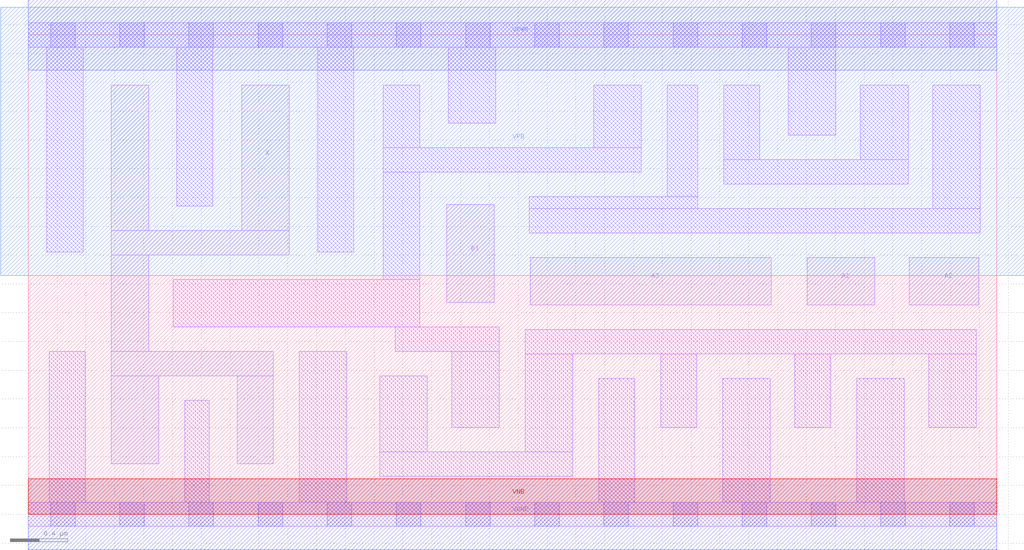
<source format=lef>
# Copyright 2020 The SkyWater PDK Authors
#
# Licensed under the Apache License, Version 2.0 (the "License");
# you may not use this file except in compliance with the License.
# You may obtain a copy of the License at
#
#     https://www.apache.org/licenses/LICENSE-2.0
#
# Unless required by applicable law or agreed to in writing, software
# distributed under the License is distributed on an "AS IS" BASIS,
# WITHOUT WARRANTIES OR CONDITIONS OF ANY KIND, either express or implied.
# See the License for the specific language governing permissions and
# limitations under the License.
#
# SPDX-License-Identifier: Apache-2.0

VERSION 5.7 ;
  NOWIREEXTENSIONATPIN ON ;
  DIVIDERCHAR "/" ;
  BUSBITCHARS "[]" ;
MACRO sky130_fd_sc_hs__o31a_4
  CLASS CORE ;
  FOREIGN sky130_fd_sc_hs__o31a_4 ;
  ORIGIN  0.000000  0.000000 ;
  SIZE  6.720000 BY  3.330000 ;
  SYMMETRY X Y ;
  SITE unit ;
  PIN A1
    ANTENNAGATEAREA  0.492000 ;
    DIRECTION INPUT ;
    USE SIGNAL ;
    PORT
      LAYER li1 ;
        RECT 5.405000 1.455000 5.875000 1.785000 ;
    END
  END A1
  PIN A2
    ANTENNAGATEAREA  0.492000 ;
    DIRECTION INPUT ;
    USE SIGNAL ;
    PORT
      LAYER li1 ;
        RECT 6.115000 1.455000 6.595000 1.785000 ;
    END
  END A2
  PIN A3
    ANTENNAGATEAREA  0.492000 ;
    DIRECTION INPUT ;
    USE SIGNAL ;
    PORT
      LAYER li1 ;
        RECT 3.485000 1.455000 5.155000 1.785000 ;
    END
  END A3
  PIN B1
    ANTENNAGATEAREA  0.492000 ;
    DIRECTION INPUT ;
    USE SIGNAL ;
    PORT
      LAYER li1 ;
        RECT 2.905000 1.470000 3.235000 2.150000 ;
    END
  END B1
  PIN X
    ANTENNADIFFAREA  1.086400 ;
    DIRECTION OUTPUT ;
    USE SIGNAL ;
    PORT
      LAYER li1 ;
        RECT 0.575000 0.350000 0.905000 0.960000 ;
        RECT 0.575000 0.960000 1.700000 1.130000 ;
        RECT 0.575000 1.130000 0.835000 1.800000 ;
        RECT 0.575000 1.800000 1.810000 1.970000 ;
        RECT 0.575000 1.970000 0.835000 2.980000 ;
        RECT 1.450000 0.350000 1.700000 0.960000 ;
        RECT 1.480000 1.970000 1.810000 2.980000 ;
    END
  END X
  PIN VGND
    DIRECTION INOUT ;
    USE GROUND ;
    PORT
      LAYER met1 ;
        RECT 0.000000 -0.245000 6.720000 0.245000 ;
    END
  END VGND
  PIN VNB
    DIRECTION INOUT ;
    USE GROUND ;
    PORT
      LAYER pwell ;
        RECT 0.000000 0.000000 6.720000 0.245000 ;
    END
  END VNB
  PIN VPB
    DIRECTION INOUT ;
    USE POWER ;
    PORT
      LAYER nwell ;
        RECT -0.190000 1.660000 6.910000 3.520000 ;
    END
  END VPB
  PIN VPWR
    DIRECTION INOUT ;
    USE POWER ;
    PORT
      LAYER met1 ;
        RECT 0.000000 3.085000 6.720000 3.575000 ;
    END
  END VPWR
  OBS
    LAYER li1 ;
      RECT 0.000000 -0.085000 6.720000 0.085000 ;
      RECT 0.000000  3.245000 6.720000 3.415000 ;
      RECT 0.130000  1.820000 0.380000 3.245000 ;
      RECT 0.145000  0.085000 0.395000 1.130000 ;
      RECT 1.005000  1.300000 2.715000 1.630000 ;
      RECT 1.030000  2.140000 1.280000 3.245000 ;
      RECT 1.085000  0.085000 1.255000 0.790000 ;
      RECT 1.880000  0.085000 2.210000 1.130000 ;
      RECT 2.010000  1.820000 2.260000 3.245000 ;
      RECT 2.440000  0.265000 3.780000 0.435000 ;
      RECT 2.440000  0.435000 2.770000 0.960000 ;
      RECT 2.465000  1.630000 2.715000 2.375000 ;
      RECT 2.465000  2.375000 4.255000 2.545000 ;
      RECT 2.465000  2.545000 2.715000 2.980000 ;
      RECT 2.545000  1.130000 3.270000 1.300000 ;
      RECT 2.915000  2.715000 3.245000 3.245000 ;
      RECT 2.940000  0.605000 3.270000 1.130000 ;
      RECT 3.450000  0.435000 3.780000 1.115000 ;
      RECT 3.450000  1.115000 6.580000 1.285000 ;
      RECT 3.475000  1.955000 6.605000 2.125000 ;
      RECT 3.475000  2.125000 4.645000 2.205000 ;
      RECT 3.925000  2.545000 4.255000 2.980000 ;
      RECT 3.960000  0.085000 4.210000 0.945000 ;
      RECT 4.390000  0.605000 4.640000 1.115000 ;
      RECT 4.435000  2.205000 4.645000 2.980000 ;
      RECT 4.820000  0.085000 5.150000 0.945000 ;
      RECT 4.825000  2.295000 6.105000 2.465000 ;
      RECT 4.825000  2.465000 5.075000 2.980000 ;
      RECT 5.275000  2.635000 5.605000 3.245000 ;
      RECT 5.320000  0.605000 5.570000 1.115000 ;
      RECT 5.750000  0.085000 6.080000 0.945000 ;
      RECT 5.775000  2.465000 6.105000 2.980000 ;
      RECT 6.250000  0.605000 6.580000 1.115000 ;
      RECT 6.275000  2.125000 6.605000 2.980000 ;
    LAYER mcon ;
      RECT 0.155000 -0.085000 0.325000 0.085000 ;
      RECT 0.155000  3.245000 0.325000 3.415000 ;
      RECT 0.635000 -0.085000 0.805000 0.085000 ;
      RECT 0.635000  3.245000 0.805000 3.415000 ;
      RECT 1.115000 -0.085000 1.285000 0.085000 ;
      RECT 1.115000  3.245000 1.285000 3.415000 ;
      RECT 1.595000 -0.085000 1.765000 0.085000 ;
      RECT 1.595000  3.245000 1.765000 3.415000 ;
      RECT 2.075000 -0.085000 2.245000 0.085000 ;
      RECT 2.075000  3.245000 2.245000 3.415000 ;
      RECT 2.555000 -0.085000 2.725000 0.085000 ;
      RECT 2.555000  3.245000 2.725000 3.415000 ;
      RECT 3.035000 -0.085000 3.205000 0.085000 ;
      RECT 3.035000  3.245000 3.205000 3.415000 ;
      RECT 3.515000 -0.085000 3.685000 0.085000 ;
      RECT 3.515000  3.245000 3.685000 3.415000 ;
      RECT 3.995000 -0.085000 4.165000 0.085000 ;
      RECT 3.995000  3.245000 4.165000 3.415000 ;
      RECT 4.475000 -0.085000 4.645000 0.085000 ;
      RECT 4.475000  3.245000 4.645000 3.415000 ;
      RECT 4.955000 -0.085000 5.125000 0.085000 ;
      RECT 4.955000  3.245000 5.125000 3.415000 ;
      RECT 5.435000 -0.085000 5.605000 0.085000 ;
      RECT 5.435000  3.245000 5.605000 3.415000 ;
      RECT 5.915000 -0.085000 6.085000 0.085000 ;
      RECT 5.915000  3.245000 6.085000 3.415000 ;
      RECT 6.395000 -0.085000 6.565000 0.085000 ;
      RECT 6.395000  3.245000 6.565000 3.415000 ;
  END
END sky130_fd_sc_hs__o31a_4
END LIBRARY

</source>
